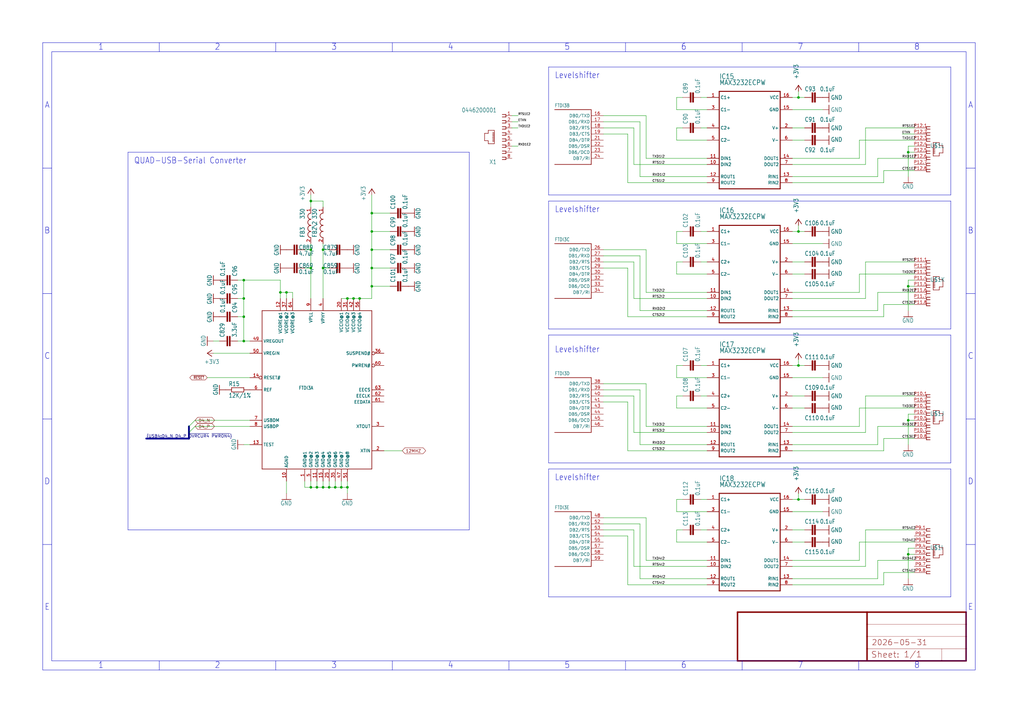
<source format=kicad_sch>
(kicad_sch (version 20230121) (generator eeschema)
  (paper "User" 426.72 299.872)
  (junction (at 332.74 96.52))
  (junction (at 134.62 203.2))
  (junction (at 142.24 203.2))
  (junction (at 154.94 88.9))
  (junction (at 149.86 124.46))
  (junction (at 129.54 111.76))
  (junction (at 129.54 203.2))
  (junction (at 129.54 83.82))
  (junction (at 154.94 104.14))
  (junction (at 101.6 142.24))
  (junction (at 116.84 121.92))
  (junction (at 101.6 116.84))
  (junction (at 144.78 124.46))
  (junction (at 154.94 111.76))
  (junction (at 101.6 124.46))
  (junction (at 134.62 104.14))
  (junction (at 378.46 231.14))
  (junction (at 144.78 203.2))
  (junction (at 101.6 132.08))
  (junction (at 137.16 203.2))
  (junction (at 154.94 96.52))
  (junction (at 129.54 104.14))
  (junction (at 132.08 203.2))
  (junction (at 332.74 152.4))
  (junction (at 139.7 203.2))
  (junction (at 378.46 119.38))
  (junction (at 378.46 175.26))
  (junction (at 332.74 40.64))
  (junction (at 154.94 119.38))
  (junction (at 147.32 124.46))
  (junction (at 119.38 121.92))
  (junction (at 134.62 111.76))
  (junction (at 332.74 208.28))
  (junction (at 378.46 63.5))
  (bus_entry (at 81.28 177.8) (size -2.54 2.54))
  (bus_entry (at 81.28 175.26) (size -2.54 2.54))
  (wire (pts (xy 330.2 129.54) (xy 365.76 129.54)) (stroke (width 0.1524)))
  (wire (pts (xy 162.56 88.9) (xy 154.94 88.9)) (stroke (width 0.1524)))
  (wire (pts (xy 360.68 236.22) (xy 360.68 220.98)) (stroke (width 0.1524)))
  (wire (pts (xy 368.3 132.08) (xy 368.3 127)) (stroke (width 0.1524)))
  (wire (pts (xy 134.62 104.14) (xy 134.62 111.76)) (stroke (width 0.1524)))
  (wire (pts (xy 292.1 53.34) (xy 294.64 53.34)) (stroke (width 0.1524)))
  (wire (pts (xy 104.14 157.48) (xy 86.36 157.48)) (stroke (width 0.1524)))
  (polyline (pts (xy 53.34 220.98) (xy 195.58 220.98)) (stroke (width 0.1524) (type solid)))
  (wire (pts (xy 358.14 66.04) (xy 330.2 66.04)) (stroke (width 0.1524)))
  (wire (pts (xy 99.06 142.24) (xy 101.6 142.24)) (stroke (width 0.1524)))
  (polyline (pts (xy 396.24 193.04) (xy 396.24 139.7)) (stroke (width 0.1524) (type solid)))
  (wire (pts (xy 330.2 152.4) (xy 332.74 152.4)) (stroke (width 0.1524)))
  (wire (pts (xy 129.54 203.2) (xy 132.08 203.2)) (stroke (width 0.1524)))
  (wire (pts (xy 368.3 243.84) (xy 368.3 238.76)) (stroke (width 0.1524)))
  (wire (pts (xy 335.28 220.98) (xy 330.2 220.98)) (stroke (width 0.1524)))
  (wire (pts (xy 266.7 185.42) (xy 266.7 162.56)) (stroke (width 0.1524)))
  (wire (pts (xy 261.62 55.88) (xy 251.46 55.88)) (stroke (width 0.1524)))
  (wire (pts (xy 330.2 76.2) (xy 368.3 76.2)) (stroke (width 0.1524)))
  (wire (pts (xy 332.74 149.86) (xy 332.74 152.4)) (stroke (width 0.1524)))
  (wire (pts (xy 137.16 111.76) (xy 134.62 111.76)) (stroke (width 0.1524)))
  (polyline (pts (xy 260.6675 275.59) (xy 260.6675 279.4)))
  (wire (pts (xy 116.84 116.84) (xy 101.6 116.84)) (stroke (width 0.1524)))
  (wire (pts (xy 330.2 73.66) (xy 365.76 73.66)) (stroke (width 0.1524)))
  (wire (pts (xy 116.84 124.46) (xy 116.84 121.92)) (stroke (width 0.1524)))
  (wire (pts (xy 281.94 157.48) (xy 294.64 157.48)) (stroke (width 0.1524)))
  (wire (pts (xy 154.94 119.38) (xy 154.94 124.46)) (stroke (width 0.1524)))
  (polyline (pts (xy 396.24 81.28) (xy 396.24 27.94)) (stroke (width 0.1524) (type solid)))
  (wire (pts (xy 365.76 121.92) (xy 381 121.92)) (stroke (width 0.1524)))
  (wire (pts (xy 127 200.66) (xy 127 203.2)) (stroke (width 0.1524)))
  (wire (pts (xy 360.68 180.34) (xy 360.68 165.1)) (stroke (width 0.1524)))
  (wire (pts (xy 251.46 165.1) (xy 264.16 165.1)) (stroke (width 0.1524)))
  (wire (pts (xy 266.7 162.56) (xy 251.46 162.56)) (stroke (width 0.1524)))
  (wire (pts (xy 368.3 76.2) (xy 368.3 71.12)) (stroke (width 0.1524)))
  (wire (pts (xy 294.64 121.92) (xy 269.24 121.92)) (stroke (width 0.1524)))
  (wire (pts (xy 137.16 203.2) (xy 137.16 200.66)) (stroke (width 0.1524)))
  (wire (pts (xy 142.24 203.2) (xy 144.78 203.2)) (stroke (width 0.1524)))
  (wire (pts (xy 127 104.14) (xy 129.54 104.14)) (stroke (width 0.1524)))
  (polyline (pts (xy 195.58 63.5) (xy 53.34 63.5)) (stroke (width 0.1524) (type solid)))
  (wire (pts (xy 294.64 243.84) (xy 261.62 243.84)) (stroke (width 0.1524)))
  (wire (pts (xy 342.9 45.72) (xy 330.2 45.72)) (stroke (width 0.1524)))
  (wire (pts (xy 330.2 180.34) (xy 360.68 180.34)) (stroke (width 0.1524)))
  (wire (pts (xy 365.76 129.54) (xy 365.76 121.92)) (stroke (width 0.1524)))
  (polyline (pts (xy 396.24 195.58) (xy 228.6 195.58)) (stroke (width 0.1524) (type solid)))
  (wire (pts (xy 360.68 220.98) (xy 381 220.98)) (stroke (width 0.1524)))
  (wire (pts (xy 294.64 185.42) (xy 266.7 185.42)) (stroke (width 0.1524)))
  (wire (pts (xy 381 53.34) (xy 360.68 53.34)) (stroke (width 0.1524)))
  (wire (pts (xy 381 175.26) (xy 378.46 175.26)) (stroke (width 0.1524)))
  (wire (pts (xy 281.94 208.28) (xy 281.94 213.36)) (stroke (width 0.1524)))
  (wire (pts (xy 381 231.14) (xy 378.46 231.14)) (stroke (width 0.1524)))
  (wire (pts (xy 381 119.38) (xy 378.46 119.38)) (stroke (width 0.1524)))
  (wire (pts (xy 335.28 226.06) (xy 330.2 226.06)) (stroke (width 0.1524)))
  (wire (pts (xy 284.48 96.52) (xy 281.94 96.52)) (stroke (width 0.1524)))
  (wire (pts (xy 144.78 203.2) (xy 144.78 200.66)) (stroke (width 0.1524)))
  (wire (pts (xy 266.7 218.44) (xy 251.46 218.44)) (stroke (width 0.1524)))
  (wire (pts (xy 281.94 165.1) (xy 281.94 170.18)) (stroke (width 0.1524)))
  (wire (pts (xy 381 114.3) (xy 358.14 114.3)) (stroke (width 0.1524)))
  (wire (pts (xy 294.64 129.54) (xy 266.7 129.54)) (stroke (width 0.1524)))
  (wire (pts (xy 264.16 53.34) (xy 264.16 68.58)) (stroke (width 0.1524)))
  (wire (pts (xy 381 228.6) (xy 378.46 228.6)) (stroke (width 0.1524)))
  (wire (pts (xy 281.94 101.6) (xy 294.64 101.6)) (stroke (width 0.1524)))
  (wire (pts (xy 281.94 96.52) (xy 281.94 101.6)) (stroke (width 0.1524)))
  (wire (pts (xy 294.64 76.2) (xy 261.62 76.2)) (stroke (width 0.1524)))
  (wire (pts (xy 281.94 45.72) (xy 294.64 45.72)) (stroke (width 0.1524)))
  (wire (pts (xy 381 63.5) (xy 378.46 63.5)) (stroke (width 0.1524)))
  (bus (pts (xy 78.74 180.34) (xy 78.74 182.88)) (stroke (width 0.762)))
  (wire (pts (xy 129.54 124.46) (xy 129.54 111.76)) (stroke (width 0.1524)))
  (polyline (pts (xy 228.6 195.58) (xy 228.6 248.92)) (stroke (width 0.1524) (type solid)))
  (polyline (pts (xy 402.59 275.59) (xy 21.59 275.59)))
  (wire (pts (xy 88.9 147.32) (xy 104.14 147.32)) (stroke (width 0.1524)))
  (wire (pts (xy 281.94 53.34) (xy 281.94 58.42)) (stroke (width 0.1524)))
  (wire (pts (xy 294.64 177.8) (xy 269.24 177.8)) (stroke (width 0.1524)))
  (wire (pts (xy 129.54 200.66) (xy 129.54 203.2)) (stroke (width 0.1524)))
  (wire (pts (xy 127 203.2) (xy 129.54 203.2)) (stroke (width 0.1524)))
  (wire (pts (xy 335.28 109.22) (xy 330.2 109.22)) (stroke (width 0.1524)))
  (wire (pts (xy 266.7 50.8) (xy 251.46 50.8)) (stroke (width 0.1524)))
  (wire (pts (xy 213.36 53.34) (xy 215.9 53.34)) (stroke (width 0.1524)))
  (wire (pts (xy 121.92 121.92) (xy 119.38 121.92)) (stroke (width 0.1524)))
  (wire (pts (xy 378.46 231.14) (xy 378.46 241.3)) (stroke (width 0.1524)))
  (polyline (pts (xy 402.59 227.076) (xy 406.4 227.076)))
  (wire (pts (xy 294.64 187.96) (xy 261.62 187.96)) (stroke (width 0.1524)))
  (wire (pts (xy 116.84 121.92) (xy 116.84 116.84)) (stroke (width 0.1524)))
  (wire (pts (xy 284.48 109.22) (xy 281.94 109.22)) (stroke (width 0.1524)))
  (wire (pts (xy 330.2 236.22) (xy 360.68 236.22)) (stroke (width 0.1524)))
  (wire (pts (xy 264.16 124.46) (xy 294.64 124.46)) (stroke (width 0.1524)))
  (polyline (pts (xy 402.59 21.59) (xy 21.59 21.59)))
  (wire (pts (xy 360.68 165.1) (xy 381 165.1)) (stroke (width 0.1524)))
  (polyline (pts (xy 396.24 248.92) (xy 396.24 195.58)) (stroke (width 0.1524) (type solid)))
  (polyline (pts (xy 309.245 275.59) (xy 309.245 279.4)))
  (wire (pts (xy 132.08 203.2) (xy 132.08 200.66)) (stroke (width 0.1524)))
  (polyline (pts (xy 163.5125 275.59) (xy 163.5125 279.4)))
  (wire (pts (xy 88.9 142.24) (xy 91.44 142.24)) (stroke (width 0.1524)))
  (wire (pts (xy 119.38 200.66) (xy 119.38 205.74)) (stroke (width 0.1524)))
  (wire (pts (xy 264.16 236.22) (xy 294.64 236.22)) (stroke (width 0.1524)))
  (wire (pts (xy 365.76 66.04) (xy 381 66.04)) (stroke (width 0.1524)))
  (wire (pts (xy 99.06 124.46) (xy 101.6 124.46)) (stroke (width 0.1524)))
  (polyline (pts (xy 163.5125 17.78) (xy 163.5125 21.59)))
  (wire (pts (xy 292.1 152.4) (xy 294.64 152.4)) (stroke (width 0.1524)))
  (bus (pts (xy 78.74 177.8) (xy 78.74 180.34)) (stroke (width 0.762)))
  (wire (pts (xy 134.62 83.82) (xy 134.62 86.36)) (stroke (width 0.1524)))
  (wire (pts (xy 160.02 187.96) (xy 167.64 187.96)) (stroke (width 0.1524)))
  (wire (pts (xy 119.38 121.92) (xy 119.38 124.46)) (stroke (width 0.1524)))
  (polyline (pts (xy 228.6 81.28) (xy 396.24 81.28)) (stroke (width 0.1524) (type solid)))
  (polyline (pts (xy 309.245 17.78) (xy 309.245 21.59)))
  (polyline (pts (xy 21.59 21.59) (xy 21.59 275.59)))
  (wire (pts (xy 127 111.76) (xy 129.54 111.76)) (stroke (width 0.1524)))
  (wire (pts (xy 269.24 48.26) (xy 251.46 48.26)) (stroke (width 0.1524)))
  (wire (pts (xy 269.24 160.02) (xy 251.46 160.02)) (stroke (width 0.1524)))
  (wire (pts (xy 281.94 220.98) (xy 281.94 226.06)) (stroke (width 0.1524)))
  (wire (pts (xy 284.48 152.4) (xy 281.94 152.4)) (stroke (width 0.1524)))
  (wire (pts (xy 261.62 132.08) (xy 261.62 111.76)) (stroke (width 0.1524)))
  (polyline (pts (xy 212.09 275.59) (xy 212.09 279.4)))
  (wire (pts (xy 342.9 101.6) (xy 330.2 101.6)) (stroke (width 0.1524)))
  (wire (pts (xy 335.28 53.34) (xy 330.2 53.34)) (stroke (width 0.1524)))
  (wire (pts (xy 332.74 93.98) (xy 332.74 96.52)) (stroke (width 0.1524)))
  (wire (pts (xy 284.48 220.98) (xy 281.94 220.98)) (stroke (width 0.1524)))
  (wire (pts (xy 378.46 172.72) (xy 378.46 175.26)) (stroke (width 0.1524)))
  (wire (pts (xy 129.54 81.28) (xy 129.54 83.82)) (stroke (width 0.1524)))
  (wire (pts (xy 381 58.42) (xy 358.14 58.42)) (stroke (width 0.1524)))
  (wire (pts (xy 358.14 114.3) (xy 358.14 121.92)) (stroke (width 0.1524)))
  (wire (pts (xy 330.2 96.52) (xy 332.74 96.52)) (stroke (width 0.1524)))
  (wire (pts (xy 294.64 233.68) (xy 269.24 233.68)) (stroke (width 0.1524)))
  (wire (pts (xy 134.62 200.66) (xy 134.62 203.2)) (stroke (width 0.1524)))
  (wire (pts (xy 335.28 114.3) (xy 330.2 114.3)) (stroke (width 0.1524)))
  (wire (pts (xy 294.64 58.42) (xy 281.94 58.42)) (stroke (width 0.1524)))
  (wire (pts (xy 269.24 233.68) (xy 269.24 215.9)) (stroke (width 0.1524)))
  (wire (pts (xy 358.14 177.8) (xy 330.2 177.8)) (stroke (width 0.1524)))
  (wire (pts (xy 264.16 220.98) (xy 264.16 236.22)) (stroke (width 0.1524)))
  (polyline (pts (xy 212.09 17.78) (xy 212.09 21.59)))
  (wire (pts (xy 292.1 220.98) (xy 294.64 220.98)) (stroke (width 0.1524)))
  (polyline (pts (xy 396.24 137.16) (xy 396.24 83.82)) (stroke (width 0.1524) (type solid)))
  (wire (pts (xy 142.24 203.2) (xy 142.24 200.66)) (stroke (width 0.1524)))
  (wire (pts (xy 101.6 132.08) (xy 99.06 132.08)) (stroke (width 0.1524)))
  (wire (pts (xy 264.16 165.1) (xy 264.16 180.34)) (stroke (width 0.1524)))
  (wire (pts (xy 381 71.12) (xy 368.3 71.12)) (stroke (width 0.1524)))
  (wire (pts (xy 330.2 40.64) (xy 332.74 40.64)) (stroke (width 0.1524)))
  (wire (pts (xy 292.1 40.64) (xy 294.64 40.64)) (stroke (width 0.1524)))
  (polyline (pts (xy 357.8225 275.59) (xy 357.8225 279.4)))
  (wire (pts (xy 378.46 228.6) (xy 378.46 231.14)) (stroke (width 0.1524)))
  (wire (pts (xy 365.76 241.3) (xy 365.76 233.68)) (stroke (width 0.1524)))
  (wire (pts (xy 284.48 40.64) (xy 281.94 40.64)) (stroke (width 0.1524)))
  (wire (pts (xy 101.6 185.42) (xy 104.14 185.42)) (stroke (width 0.1524)))
  (polyline (pts (xy 17.78 227.076) (xy 21.59 227.076)))
  (wire (pts (xy 213.36 48.26) (xy 215.9 48.26)) (stroke (width 0.1524)))
  (wire (pts (xy 139.7 200.66) (xy 139.7 203.2)) (stroke (width 0.1524)))
  (wire (pts (xy 330.2 187.96) (xy 368.3 187.96)) (stroke (width 0.1524)))
  (wire (pts (xy 147.32 124.46) (xy 144.78 124.46)) (stroke (width 0.1524)))
  (wire (pts (xy 154.94 111.76) (xy 162.56 111.76)) (stroke (width 0.1524)))
  (wire (pts (xy 360.68 109.22) (xy 381 109.22)) (stroke (width 0.1524)))
  (wire (pts (xy 101.6 116.84) (xy 99.06 116.84)) (stroke (width 0.1524)))
  (polyline (pts (xy 228.6 137.16) (xy 396.24 137.16)) (stroke (width 0.1524) (type solid)))
  (wire (pts (xy 269.24 104.14) (xy 251.46 104.14)) (stroke (width 0.1524)))
  (wire (pts (xy 266.7 73.66) (xy 266.7 50.8)) (stroke (width 0.1524)))
  (wire (pts (xy 292.1 208.28) (xy 294.64 208.28)) (stroke (width 0.1524)))
  (wire (pts (xy 335.28 165.1) (xy 330.2 165.1)) (stroke (width 0.1524)))
  (wire (pts (xy 101.6 124.46) (xy 101.6 116.84)) (stroke (width 0.1524)))
  (wire (pts (xy 281.94 109.22) (xy 281.94 114.3)) (stroke (width 0.1524)))
  (wire (pts (xy 284.48 208.28) (xy 281.94 208.28)) (stroke (width 0.1524)))
  (wire (pts (xy 358.14 226.06) (xy 358.14 233.68)) (stroke (width 0.1524)))
  (wire (pts (xy 284.48 53.34) (xy 281.94 53.34)) (stroke (width 0.1524)))
  (wire (pts (xy 294.64 241.3) (xy 266.7 241.3)) (stroke (width 0.1524)))
  (wire (pts (xy 358.14 233.68) (xy 330.2 233.68)) (stroke (width 0.1524)))
  (polyline (pts (xy 114.935 17.78) (xy 114.935 21.59)))
  (wire (pts (xy 358.14 58.42) (xy 358.14 66.04)) (stroke (width 0.1524)))
  (wire (pts (xy 269.24 177.8) (xy 269.24 160.02)) (stroke (width 0.1524)))
  (wire (pts (xy 154.94 111.76) (xy 154.94 119.38)) (stroke (width 0.1524)))
  (wire (pts (xy 101.6 142.24) (xy 101.6 132.08)) (stroke (width 0.1524)))
  (polyline (pts (xy 114.935 275.59) (xy 114.935 279.4)))
  (wire (pts (xy 137.16 203.2) (xy 139.7 203.2)) (stroke (width 0.1524)))
  (wire (pts (xy 365.76 177.8) (xy 381 177.8)) (stroke (width 0.1524)))
  (wire (pts (xy 129.54 83.82) (xy 134.62 83.82)) (stroke (width 0.1524)))
  (wire (pts (xy 330.2 208.28) (xy 332.74 208.28)) (stroke (width 0.1524)))
  (wire (pts (xy 381 55.88) (xy 375.92 55.88)) (stroke (width 0.1524)))
  (wire (pts (xy 330.2 241.3) (xy 365.76 241.3)) (stroke (width 0.1524)))
  (polyline (pts (xy 402.59 174.752) (xy 406.4 174.752)))
  (wire (pts (xy 378.46 60.96) (xy 378.46 63.5)) (stroke (width 0.1524)))
  (polyline (pts (xy 228.6 83.82) (xy 228.6 137.16)) (stroke (width 0.1524) (type solid)))
  (wire (pts (xy 294.64 170.18) (xy 281.94 170.18)) (stroke (width 0.1524)))
  (wire (pts (xy 281.94 213.36) (xy 294.64 213.36)) (stroke (width 0.1524)))
  (wire (pts (xy 261.62 223.52) (xy 251.46 223.52)) (stroke (width 0.1524)))
  (wire (pts (xy 281.94 152.4) (xy 281.94 157.48)) (stroke (width 0.1524)))
  (wire (pts (xy 137.16 104.14) (xy 134.62 104.14)) (stroke (width 0.1524)))
  (wire (pts (xy 264.16 180.34) (xy 294.64 180.34)) (stroke (width 0.1524)))
  (wire (pts (xy 378.46 119.38) (xy 378.46 129.54)) (stroke (width 0.1524)))
  (wire (pts (xy 335.28 58.42) (xy 330.2 58.42)) (stroke (width 0.1524)))
  (wire (pts (xy 281.94 40.64) (xy 281.94 45.72)) (stroke (width 0.1524)))
  (wire (pts (xy 292.1 96.52) (xy 294.64 96.52)) (stroke (width 0.1524)))
  (wire (pts (xy 154.94 81.28) (xy 154.94 88.9)) (stroke (width 0.1524)))
  (polyline (pts (xy 402.59 21.59) (xy 402.59 275.59)))
  (wire (pts (xy 269.24 215.9) (xy 251.46 215.9)) (stroke (width 0.1524)))
  (wire (pts (xy 332.74 152.4) (xy 335.28 152.4)) (stroke (width 0.1524)))
  (wire (pts (xy 154.94 96.52) (xy 162.56 96.52)) (stroke (width 0.1524)))
  (wire (pts (xy 332.74 205.74) (xy 332.74 208.28)) (stroke (width 0.1524)))
  (polyline (pts (xy 66.3575 17.78) (xy 66.3575 21.59)))
  (wire (pts (xy 381 60.96) (xy 378.46 60.96)) (stroke (width 0.1524)))
  (polyline (pts (xy 66.3575 275.59) (xy 66.3575 279.4)))
  (wire (pts (xy 330.2 185.42) (xy 365.76 185.42)) (stroke (width 0.1524)))
  (wire (pts (xy 294.64 226.06) (xy 281.94 226.06)) (stroke (width 0.1524)))
  (wire (pts (xy 144.78 205.74) (xy 144.78 203.2)) (stroke (width 0.1524)))
  (wire (pts (xy 368.3 238.76) (xy 381 238.76)) (stroke (width 0.1524)))
  (wire (pts (xy 251.46 109.22) (xy 264.16 109.22)) (stroke (width 0.1524)))
  (wire (pts (xy 330.2 124.46) (xy 360.68 124.46)) (stroke (width 0.1524)))
  (wire (pts (xy 294.64 114.3) (xy 281.94 114.3)) (stroke (width 0.1524)))
  (wire (pts (xy 294.64 73.66) (xy 266.7 73.66)) (stroke (width 0.1524)))
  (polyline (pts (xy 396.24 83.82) (xy 228.6 83.82)) (stroke (width 0.1524) (type solid)))
  (wire (pts (xy 129.54 111.76) (xy 129.54 104.14)) (stroke (width 0.1524)))
  (wire (pts (xy 332.74 96.52) (xy 335.28 96.52)) (stroke (width 0.1524)))
  (wire (pts (xy 101.6 132.08) (xy 101.6 124.46)) (stroke (width 0.1524)))
  (polyline (pts (xy 402.59 70.104) (xy 406.4 70.104)))
  (wire (pts (xy 121.92 124.46) (xy 121.92 121.92)) (stroke (width 0.1524)))
  (wire (pts (xy 266.7 241.3) (xy 266.7 218.44)) (stroke (width 0.1524)))
  (wire (pts (xy 213.36 50.8) (xy 215.9 50.8)) (stroke (width 0.1524)))
  (polyline (pts (xy 357.8225 17.78) (xy 357.8225 21.59)))
  (wire (pts (xy 134.62 111.76) (xy 134.62 124.46)) (stroke (width 0.1524)))
  (polyline (pts (xy 17.78 174.752) (xy 21.59 174.752)))
  (polyline (pts (xy 396.24 139.7) (xy 228.6 139.7)) (stroke (width 0.1524) (type solid)))
  (wire (pts (xy 330.2 132.08) (xy 368.3 132.08)) (stroke (width 0.1524)))
  (wire (pts (xy 378.46 116.84) (xy 378.46 119.38)) (stroke (width 0.1524)))
  (wire (pts (xy 378.46 63.5) (xy 378.46 73.66)) (stroke (width 0.1524)))
  (wire (pts (xy 261.62 187.96) (xy 261.62 167.64)) (stroke (width 0.1524)))
  (polyline (pts (xy 17.78 70.104) (xy 21.59 70.104)))
  (wire (pts (xy 261.62 76.2) (xy 261.62 55.88)) (stroke (width 0.1524)))
  (polyline (pts (xy 195.58 220.98) (xy 195.58 63.5)) (stroke (width 0.1524) (type solid)))
  (wire (pts (xy 139.7 203.2) (xy 142.24 203.2)) (stroke (width 0.1524)))
  (wire (pts (xy 261.62 243.84) (xy 261.62 223.52)) (stroke (width 0.1524)))
  (wire (pts (xy 358.14 121.92) (xy 330.2 121.92)) (stroke (width 0.1524)))
  (wire (pts (xy 365.76 185.42) (xy 365.76 177.8)) (stroke (width 0.1524)))
  (wire (pts (xy 330.2 68.58) (xy 360.68 68.58)) (stroke (width 0.1524)))
  (wire (pts (xy 261.62 111.76) (xy 251.46 111.76)) (stroke (width 0.1524)))
  (wire (pts (xy 381 116.84) (xy 378.46 116.84)) (stroke (width 0.1524)))
  (wire (pts (xy 81.28 177.8) (xy 104.14 177.8)) (stroke (width 0.1524)))
  (wire (pts (xy 358.14 170.18) (xy 358.14 177.8)) (stroke (width 0.1524)))
  (wire (pts (xy 330.2 243.84) (xy 368.3 243.84)) (stroke (width 0.1524)))
  (wire (pts (xy 213.36 60.96) (xy 215.9 60.96)) (stroke (width 0.1524)))
  (wire (pts (xy 360.68 124.46) (xy 360.68 109.22)) (stroke (width 0.1524)))
  (wire (pts (xy 119.38 121.92) (xy 116.84 121.92)) (stroke (width 0.1524)))
  (wire (pts (xy 381 226.06) (xy 358.14 226.06)) (stroke (width 0.1524)))
  (polyline (pts (xy 228.6 248.92) (xy 396.24 248.92)) (stroke (width 0.1524) (type solid)))
  (wire (pts (xy 368.3 182.88) (xy 381 182.88)) (stroke (width 0.1524)))
  (wire (pts (xy 264.16 109.22) (xy 264.16 124.46)) (stroke (width 0.1524)))
  (wire (pts (xy 335.28 170.18) (xy 330.2 170.18)) (stroke (width 0.1524)))
  (wire (pts (xy 360.68 68.58) (xy 360.68 53.34)) (stroke (width 0.1524)))
  (wire (pts (xy 251.46 53.34) (xy 264.16 53.34)) (stroke (width 0.1524)))
  (wire (pts (xy 251.46 220.98) (xy 264.16 220.98)) (stroke (width 0.1524)))
  (wire (pts (xy 154.94 88.9) (xy 154.94 96.52)) (stroke (width 0.1524)))
  (wire (pts (xy 342.9 213.36) (xy 330.2 213.36)) (stroke (width 0.1524)))
  (wire (pts (xy 162.56 104.14) (xy 154.94 104.14)) (stroke (width 0.1524)))
  (wire (pts (xy 162.56 119.38) (xy 154.94 119.38)) (stroke (width 0.1524)))
  (wire (pts (xy 342.9 157.48) (xy 330.2 157.48)) (stroke (width 0.1524)))
  (wire (pts (xy 104.14 142.24) (xy 101.6 142.24)) (stroke (width 0.1524)))
  (polyline (pts (xy 228.6 139.7) (xy 228.6 193.04)) (stroke (width 0.1524) (type solid)))
  (wire (pts (xy 266.7 129.54) (xy 266.7 106.68)) (stroke (width 0.1524)))
  (wire (pts (xy 132.08 203.2) (xy 134.62 203.2)) (stroke (width 0.1524)))
  (wire (pts (xy 284.48 165.1) (xy 281.94 165.1)) (stroke (width 0.1524)))
  (wire (pts (xy 144.78 124.46) (xy 142.24 124.46)) (stroke (width 0.1524)))
  (wire (pts (xy 332.74 38.1) (xy 332.74 40.64)) (stroke (width 0.1524)))
  (bus (pts (xy 78.74 182.88) (xy 60.96 182.88)) (stroke (width 0.762)))
  (wire (pts (xy 261.62 167.64) (xy 251.46 167.64)) (stroke (width 0.1524)))
  (wire (pts (xy 381 170.18) (xy 358.14 170.18)) (stroke (width 0.1524)))
  (polyline (pts (xy 396.24 27.94) (xy 228.6 27.94)) (stroke (width 0.1524) (type solid)))
  (wire (pts (xy 378.46 175.26) (xy 378.46 185.42)) (stroke (width 0.1524)))
  (wire (pts (xy 134.62 104.14) (xy 134.62 101.6)) (stroke (width 0.1524)))
  (wire (pts (xy 381 172.72) (xy 378.46 172.72)) (stroke (width 0.1524)))
  (wire (pts (xy 332.74 208.28) (xy 335.28 208.28)) (stroke (width 0.1524)))
  (polyline (pts (xy 228.6 193.04) (xy 396.24 193.04)) (stroke (width 0.1524) (type solid)))
  (wire (pts (xy 134.62 203.2) (xy 137.16 203.2)) (stroke (width 0.1524)))
  (wire (pts (xy 264.16 68.58) (xy 294.64 68.58)) (stroke (width 0.1524)))
  (wire (pts (xy 129.54 83.82) (xy 129.54 86.36)) (stroke (width 0.1524)))
  (wire (pts (xy 154.94 104.14) (xy 154.94 111.76)) (stroke (width 0.1524)))
  (wire (pts (xy 368.3 187.96) (xy 368.3 182.88)) (stroke (width 0.1524)))
  (wire (pts (xy 365.76 73.66) (xy 365.76 66.04)) (stroke (width 0.1524)))
  (wire (pts (xy 81.28 175.26) (xy 104.14 175.26)) (stroke (width 0.1524)))
  (polyline (pts (xy 53.34 63.5) (xy 53.34 220.98)) (stroke (width 0.1524) (type solid)))
  (wire (pts (xy 294.64 132.08) (xy 261.62 132.08)) (stroke (width 0.1524)))
  (wire (pts (xy 269.24 121.92) (xy 269.24 104.14)) (stroke (width 0.1524)))
  (wire (pts (xy 129.54 104.14) (xy 129.54 101.6)) (stroke (width 0.1524)))
  (wire (pts (xy 269.24 66.04) (xy 269.24 48.26)) (stroke (width 0.1524)))
  (wire (pts (xy 292.1 165.1) (xy 294.64 165.1)) (stroke (width 0.1524)))
  (polyline (pts (xy 260.6675 17.78) (xy 260.6675 21.59)))
  (polyline (pts (xy 228.6 27.94) (xy 228.6 81.28)) (stroke (width 0.1524) (type solid)))
  (polyline (pts (xy 17.78 122.428) (xy 21.59 122.428)))
  (wire (pts (xy 332.74 40.64) (xy 335.28 40.64)) (stroke (width 0.1524)))
  (wire (pts (xy 266.7 106.68) (xy 251.46 106.68)) (stroke (width 0.1524)))
  (wire (pts (xy 365.76 233.68) (xy 381 233.68)) (stroke (width 0.1524)))
  (polyline (pts (xy 402.59 122.428) (xy 406.4 122.428)))
  (wire (pts (xy 368.3 127) (xy 381 127)) (stroke (width 0.1524)))
  (wire (pts (xy 149.86 124.46) (xy 147.32 124.46)) (stroke (width 0.1524)))
  (wire (pts (xy 294.64 66.04) (xy 269.24 66.04)) (stroke (width 0.1524)))
  (wire (pts (xy 154.94 124.46) (xy 149.86 124.46)) (stroke (width 0.1524)))
  (wire (pts (xy 154.94 96.52) (xy 154.94 104.14)) (stroke (width 0.1524)))
  (wire (pts (xy 292.1 109.22) (xy 294.64 109.22)) (stroke (width 0.1524)))
  (polyline (pts (xy 17.78 17.78) (xy 406.4 17.78) (xy 406.4 279.4) (xy 17.78 279.4) (xy 17.78 17.78)))
  (text "C" (at 404.495 148.59 0) (effects (font (size 2.54 2.286))))
  (text "2" (at 90.6463 277.495 0) (effects (font (size 2.54 2.286))))
  (text "6" (at 284.9563 19.685 0) (effects (font (size 2.54 2.286))))
  (text "7" (at 333.5338 277.495 0) (effects (font (size 2.54 2.286))))
  (text "E" (at 19.685 253.238 0) (effects (font (size 2.54 2.286))))
  (text "8" (at 382.1113 277.495 0) (effects (font (size 2.54 2.286))))
  (text "8" (at 382.1113 19.685 0) (effects (font (size 2.54 2.286))))
  (text "7" (at 333.5338 19.685 0) (effects (font (size 2.54 2.286))))
  (text "Levelshifter" (at 231.14 200.66 0) (effects (font (size 2.54 2.159)) (justify left bottom)))
  (text "3" (at 139.2238 19.685 0) (effects (font (size 2.54 2.286))))
  (text "4" (at 187.8013 277.495 0) (effects (font (size 2.54 2.286))))
  (text "6" (at 284.9563 277.495 0) (effects (font (size 2.54 2.286))))
  (text "4" (at 187.8013 19.685 0) (effects (font (size 2.54 2.286))))
  (text "1" (at 42.0688 277.495 0) (effects (font (size 2.54 2.286))))
  (text "3" (at 139.2238 277.495 0) (effects (font (size 2.54 2.286))))
  (text "B" (at 19.685 96.266 0) (effects (font (size 2.54 2.286))))
  (text "D" (at 404.495 200.914 0) (effects (font (size 2.54 2.286))))
  (text "A" (at 404.495 43.942 0) (effects (font (size 2.54 2.286))))
  (text "1" (at 42.0688 19.685 0) (effects (font (size 2.54 2.286))))
  (text "E" (at 404.495 253.238 0) (effects (font (size 2.54 2.286))))
  (text "B" (at 404.495 96.266 0) (effects (font (size 2.54 2.286))))
  (text "D" (at 19.685 200.914 0) (effects (font (size 2.54 2.286))))
  (text "2" (at 90.6463 19.685 0) (effects (font (size 2.54 2.286))))
  (text "Levelshifter" (at 231.14 33.02 0) (effects (font (size 2.54 2.159)) (justify left bottom)))
  (text "5" (at 236.3788 19.685 0) (effects (font (size 2.54 2.286))))
  (text "5" (at 236.3788 277.495 0) (effects (font (size 2.54 2.286))))
  (text "C" (at 19.685 148.59 0) (effects (font (size 2.54 2.286))))
  (text "Levelshifter" (at 231.14 88.9 0) (effects (font (size 2.54 2.159)) (justify left bottom)))
  (text "QUAD-USB-Serial Converter" (at 55.88 68.58 0) (effects (font (size 2.54 2.159)) (justify left bottom)))
  (text "Levelshifter" (at 231.14 147.32 0) (effects (font (size 2.54 2.159)) (justify left bottom)))
  (text "A" (at 19.685 43.942 0) (effects (font (size 2.54 2.286))))
  (label "TXD3I2" (at 271.78 177.8 0) (effects (font (size 0.9957 0.9957))))
  (label "RXD3E2" (at 375.92 177.8 0) (effects (font (size 0.9957 0.9957))))
  (label "ETXN" (at 375.92 55.88 0) (effects (font (size 0.889 0.889))))
  (label "TXD2I2" (at 271.78 121.92 0) (effects (font (size 0.9957 0.9957))))
  (label "ETXN" (at 215.9 50.8 0) (effects (font (size 0.889 0.889))))
  (label "RTS2I2" (at 271.78 124.46 0) (effects (font (size 0.9957 0.9957))))
  (label "RTS1E2" (at 215.9 48.26 0) (effects (font (size 0.889 0.889))))
  (label "CTS1I2" (at 271.78 76.2 0) (effects (font (size 0.9957 0.9957))))
  (label "RTS1I2" (at 271.78 68.58 0) (effects (font (size 0.9957 0.9957))))
  (label "CTS3E2" (at 375.92 182.88 0) (effects (font (size 0.9957 0.9957))))
  (label "TXD1I2" (at 271.78 66.04 0) (effects (font (size 0.9957 0.9957))))
  (label "RXD1E2" (at 375.92 66.04 0) (effects (font (size 0.9957 0.9957))))
  (label "RXD2I2" (at 271.78 129.54 0) (effects (font (size 0.9957 0.9957))))
  (label "RTS2E2" (at 375.92 109.22 0) (effects (font (size 0.9957 0.9957))))
  (label "TXD4I2" (at 271.78 233.68 0) (effects (font (size 0.9957 0.9957))))
  (label "TXD4E2" (at 375.92 226.06 0) (effects (font (size 0.9957 0.9957))))
  (label "CTS1E2" (at 375.92 71.12 0) (effects (font (size 0.9957 0.9957))))
  (label "RXD4E2" (at 375.92 233.68 0) (effects (font (size 0.9957 0.9957))))
  (label "RXD4I2" (at 271.78 241.3 0) (effects (font (size 0.9957 0.9957))))
  (label "RXD3I2" (at 271.78 185.42 0) (effects (font (size 0.9957 0.9957))))
  (label "TXD2E2" (at 375.92 114.3 0) (effects (font (size 0.9957 0.9957))))
  (label "RXD1I2" (at 271.78 73.66 0) (effects (font (size 0.9957 0.9957))))
  (label "CTS3I2" (at 271.78 187.96 0) (effects (font (size 0.9957 0.9957))))
  (label "CTS2I2" (at 271.78 132.08 0) (effects (font (size 0.9957 0.9957))))
  (label "TXD3E2" (at 375.92 170.18 0) (effects (font (size 0.9957 0.9957))))
  (label "TXD1E2" (at 215.9 53.34 0) (effects (font (size 0.889 0.889))))
  (label "RTS1E2" (at 375.92 53.34 0) (effects (font (size 0.9957 0.9957))))
  (label "RTS4I2" (at 271.78 236.22 0) (effects (font (size 0.9957 0.9957))))
  (label "RXD2E2" (at 375.92 121.92 0) (effects (font (size 0.9957 0.9957))))
  (label "CTS2E2" (at 375.92 127 0) (effects (font (size 0.9957 0.9957))))
  (label "RTS3E2" (at 375.92 165.1 0) (effects (font (size 0.9957 0.9957))))
  (label "RTS4E2" (at 375.92 220.98 0) (effects (font (size 0.9957 0.9957))))
  (label "RXD1E2" (at 215.9 60.96 0) (effects (font (size 0.889 0.889))))
  (label "TXD1E2" (at 375.92 58.42 0) (effects (font (size 0.9957 0.9957))))
  (label "CTS4E2" (at 375.92 238.76 0) (effects (font (size 0.9957 0.9957))))
  (label "{USB4:D4_N D4_P ~{OVRCUR4} ~{PWRON4}}" (at 60.96 182.88 0) (effects (font (size 1.2446 1.2446))))
  (label "CTS4I2" (at 271.78 243.84 0) (effects (font (size 0.9957 0.9957))))
  (label "RTS3I2" (at 271.78 180.34 0) (effects (font (size 0.9957 0.9957))))
  (global_label "D4_N" (shape bidirectional) (at 81.28 175.26 0) (effects (font (size 1.2446 1.2446))) (property "Intersheetrefs" "${INTERSHEET_REFS}" (effects hide)))
  (global_label "D4_P" (shape bidirectional) (at 81.28 177.8 0) (effects (font (size 1.2446 1.2446))) (property "Intersheetrefs" "${INTERSHEET_REFS}" (effects hide)))
  (global_label "~{RESET}" (shape bidirectional) (at 86.36 157.48 180) (effects (font (size 0.9957 0.9957))) (property "Intersheetrefs" "${INTERSHEET_REFS}" (effects hide)))
  (global_label "12MHZ" (shape bidirectional) (at 167.64 187.96 0) (effects (font (size 1.2446 1.2446))) (property "Intersheetrefs" "${INTERSHEET_REFS}" (effects hide)))
  (symbol (lib_id "freetserv-eagle-import:GND") (at 345.44 226.06 90) (unit 1)
    (property "Reference" "#GND133" (effects hide))
    (property "Value" "GND" (at 346.202 226.822 90) (effects (font (size 1.778 1.5113)) (justify right top)))
  )
  (symbol (lib_id "freetserv-eagle-import:C-EUC0805") (at 340.36 53.34 270) (mirror x) (unit 1)
    (property "Reference" "C91" (at 335.28 50.8 90) (effects (font (size 1.778 1.5113)) (justify left top)))
    (property "Value" "0.1uF" (at 341.63 50.8 90) (effects (font (size 1.778 1.5113)) (justify left top)))
    (property "Footprint" "freetserv:C0805" (effects hide))
    (property "PARTNO" "1276-1003-1-ND" (effects hide))
  )
  (symbol (lib_id "freetserv-eagle-import:+3V3") (at 129.54 78.74 0) (unit 1)
    (property "Reference" "#+3V22" (effects hide))
    (property "Value" "+3V3" (at 127 83.82 90) (effects (font (size 1.778 1.5113)) (justify left bottom)))
  )
  (symbol (lib_id "freetserv-eagle-import:C-EUC0805") (at 139.7 104.14 90) (unit 1)
    (property "Reference" "C879" (at 134.62 104.14 90) (effects (font (size 1.778 1.5113)) (justify right top)))
    (property "Value" "4.7uF" (at 134.62 106.68 90) (effects (font (size 1.778 1.5113)) (justify right top)))
    (property "Footprint" "freetserv:C0805" (effects hide))
    (property "PARTNO" "1276-2972-1-ND" (effects hide))
  )
  (symbol (lib_id "freetserv-eagle-import:GND") (at 116.84 104.14 270) (mirror x) (unit 1)
    (property "Reference" "#GND105" (effects hide))
    (property "Value" "GND" (at 114.3 106.68 0) (effects (font (size 1.778 1.5113)) (justify left bottom)))
  )
  (symbol (lib_id "freetserv-eagle-import:C-EUC0805") (at 96.52 124.46 270) (mirror x) (unit 1)
    (property "Reference" "C95" (at 96.901 122.936 0) (effects (font (size 1.778 1.5113)) (justify left bottom)))
    (property "Value" "0.1uF" (at 91.821 122.936 0) (effects (font (size 1.778 1.5113)) (justify left bottom)))
    (property "Footprint" "freetserv:C0805" (effects hide))
    (property "PARTNO" "1276-1003-1-ND" (effects hide))
  )
  (symbol (lib_id "freetserv-eagle-import:GND") (at 345.44 208.28 90) (unit 1)
    (property "Reference" "#GND135" (effects hide))
    (property "Value" "GND" (at 346.202 209.296 90) (effects (font (size 1.778 1.5113)) (justify right top)))
  )
  (symbol (lib_id "freetserv-eagle-import:C-EUC0805") (at 287.02 165.1 90) (unit 1)
    (property "Reference" "C108" (at 286.639 163.576 0) (effects (font (size 1.778 1.5113)) (justify left bottom)))
    (property "Value" "0.1uF" (at 291.719 163.576 0) (effects (font (size 1.778 1.5113)) (justify left bottom)))
    (property "Footprint" "freetserv:C0805" (effects hide))
    (property "PARTNO" "1276-1003-1-ND" (effects hide))
  )
  (symbol (lib_id "freetserv-eagle-import:C-EUC0805") (at 165.1 119.38 90) (unit 1)
    (property "Reference" "C101" (at 164.719 117.856 0) (effects (font (size 1.778 1.5113)) (justify left bottom)))
    (property "Value" "0.1uF" (at 169.799 117.856 0) (effects (font (size 1.778 1.5113)) (justify left bottom)))
    (property "Footprint" "freetserv:C0805" (effects hide))
    (property "PARTNO" "1276-1003-1-ND" (effects hide))
  )
  (symbol (lib_id "freetserv-eagle-import:GND") (at 172.72 96.52 90) (unit 1)
    (property "Reference" "#GND119" (effects hide))
    (property "Value" "GND" (at 175.26 99.06 0) (effects (font (size 1.778 1.5113)) (justify left bottom)))
  )
  (symbol (lib_id "freetserv-eagle-import:GND") (at 378.46 132.08 0) (unit 1)
    (property "Reference" "#GND126" (effects hide))
    (property "Value" "GND" (at 375.92 134.62 0) (effects (font (size 1.778 1.5113)) (justify left bottom)))
  )
  (symbol (lib_id "freetserv-eagle-import:C-EUC0805") (at 287.02 53.34 90) (unit 1)
    (property "Reference" "C90" (at 286.639 51.816 0) (effects (font (size 1.778 1.5113)) (justify left bottom)))
    (property "Value" "0.1uF" (at 291.719 51.816 0) (effects (font (size 1.778 1.5113)) (justify left bottom)))
    (property "Footprint" "freetserv:C0805" (effects hide))
    (property "PARTNO" "1276-1003-1-ND" (effects hide))
  )
  (symbol (lib_id "freetserv-eagle-import:C-EUC0805") (at 287.02 220.98 90) (unit 1)
    (property "Reference" "C113" (at 286.639 219.456 0) (effects (font (size 1.778 1.5113)) (justify left bottom)))
    (property "Value" "0.1uF" (at 291.719 219.456 0) (effects (font (size 1.778 1.5113)) (justify left bottom)))
    (property "Footprint" "freetserv:C0805" (effects hide))
    (property "PARTNO" "1276-1003-1-ND" (effects hide))
  )
  (symbol (lib_id "freetserv-eagle-import:C-EUC0805") (at 340.36 165.1 270) (mirror x) (unit 1)
    (property "Reference" "C109" (at 335.28 162.56 90) (effects (font (size 1.778 1.5113)) (justify left top)))
    (property "Value" "0.1uF" (at 341.63 162.56 90) (effects (font (size 1.778 1.5113)) (justify left top)))
    (property "Footprint" "freetserv:C0805" (effects hide))
    (property "PARTNO" "1276-1003-1-ND" (effects hide))
  )
  (symbol (lib_id "freetserv-eagle-import:C-EUC0805") (at 287.02 96.52 90) (unit 1)
    (property "Reference" "C102" (at 286.639 94.996 0) (effects (font (size 1.778 1.5113)) (justify left bottom)))
    (property "Value" "0.1uF" (at 291.719 94.996 0) (effects (font (size 1.778 1.5113)) (justify left bottom)))
    (property "Footprint" "freetserv:C0805" (effects hide))
    (property "PARTNO" "1276-1003-1-ND" (effects hide))
  )
  (symbol (lib_id "freetserv-eagle-import:SS73100-046F_DWG") (at 386.08 228.6 0) (unit 9)
    (property "Reference" "U$1" (at 387.604 229.362 0) (effects (font (size 1.778 1.5113)) (justify left bottom)))
    (property "Value" "SS73100-046F_DWG" (effects hide))
    (property "Footprint" "freetserv:SS73100-046F" (effects hide))
    (property "PARTNO" "380-1225-ND" (effects hide))
  )
  (symbol (lib_id "freetserv-eagle-import:C-EUC0805") (at 340.36 40.64 270) (mirror x) (unit 1)
    (property "Reference" "C93" (at 335.28 38.1 90) (effects (font (size 1.778 1.5113)) (justify left top)))
    (property "Value" "0.1uF" (at 341.63 38.1 90) (effects (font (size 1.778 1.5113)) (justify left top)))
    (property "Footprint" "freetserv:C0805" (effects hide))
    (property "PARTNO" "1276-1003-1-ND" (effects hide))
  )
  (symbol (lib_id "freetserv-eagle-import:GND") (at 345.44 114.3 90) (unit 1)
    (property "Reference" "#GND123" (effects hide))
    (property "Value" "GND" (at 346.202 115.062 90) (effects (font (size 1.778 1.5113)) (justify right top)))
  )
  (symbol (lib_id "freetserv-eagle-import:GND") (at 345.44 170.18 90) (unit 1)
    (property "Reference" "#GND128" (effects hide))
    (property "Value" "GND" (at 346.202 170.942 90) (effects (font (size 1.778 1.5113)) (justify right top)))
  )
  (symbol (lib_id "freetserv-eagle-import:C-EUC0805") (at 287.02 208.28 90) (unit 1)
    (property "Reference" "C112" (at 286.639 206.756 0) (effects (font (size 1.778 1.5113)) (justify left bottom)))
    (property "Value" "0.1uF" (at 291.719 206.756 0) (effects (font (size 1.778 1.5113)) (justify left bottom)))
    (property "Footprint" "freetserv:C0805" (effects hide))
    (property "PARTNO" "1276-1003-1-ND" (effects hide))
  )
  (symbol (lib_id "freetserv-eagle-import:C-EUC0805") (at 340.36 170.18 270) (mirror x) (unit 1)
    (property "Reference" "C110" (at 335.28 175.26 90) (effects (font (size 1.778 1.5113)) (justify left top)))
    (property "Value" "0.1uF" (at 341.63 175.26 90) (effects (font (size 1.778 1.5113)) (justify left top)))
    (property "Footprint" "freetserv:C0805" (effects hide))
    (property "PARTNO" "1276-1003-1-ND" (effects hide))
  )
  (symbol (lib_id "freetserv-eagle-import:C-EUC0805") (at 340.36 58.42 270) (mirror x) (unit 1)
    (property "Reference" "C92" (at 335.28 63.5 90) (effects (font (size 1.778 1.5113)) (justify left top)))
    (property "Value" "0.1uF" (at 341.63 63.5 90) (effects (font (size 1.778 1.5113)) (justify left top)))
    (property "Footprint" "freetserv:C0805" (effects hide))
    (property "PARTNO" "1276-1003-1-ND" (effects hide))
  )
  (symbol (lib_id "freetserv-eagle-import:FT4232HL") (at 238.76 170.18 0) (unit 4)
    (property "Reference" "FTDI3" (at 231.14 156.5275 0) (effects (font (size 1.4224 1.209)) (justify left bottom)))
    (property "Value" "FT4232HL" (effects hide))
    (property "Footprint" "freetserv:LQFP64" (effects hide))
    (property "PARTNO" "768-1026-1-ND" (effects hide))
  )
  (symbol (lib_id "freetserv-eagle-import:FT4232HL") (at 238.76 58.42 0) (unit 2)
    (property "Reference" "FTDI3" (at 231.14 44.7675 0) (effects (font (size 1.4224 1.209)) (justify left bottom)))
    (property "Value" "FT4232HL" (effects hide))
    (property "Footprint" "freetserv:LQFP64" (effects hide))
    (property "PARTNO" "768-1026-1-ND" (effects hide))
  )
  (symbol (lib_id "freetserv-eagle-import:GND") (at 378.46 243.84 0) (unit 1)
    (property "Reference" "#GND136" (effects hide))
    (property "Value" "GND" (at 375.92 246.38 0) (effects (font (size 1.778 1.5113)) (justify left bottom)))
  )
  (symbol (lib_id "freetserv-eagle-import:GND") (at 147.32 111.76 90) (unit 1)
    (property "Reference" "#GND108" (effects hide))
    (property "Value" "GND" (at 149.86 114.3 0) (effects (font (size 1.778 1.5113)) (justify left bottom)))
  )
  (symbol (lib_id "freetserv-eagle-import:GND") (at 86.36 142.24 270) (unit 1)
    (property "Reference" "#GND100" (effects hide))
    (property "Value" "GND" (at 83.82 139.7 0) (effects (font (size 1.778 1.5113)) (justify left bottom)))
  )
  (symbol (lib_id "freetserv-eagle-import:0446200001") (at 210.82 55.88 180) (unit 1)
    (property "Reference" "X1" (at 207.01 66.548 0) (effects (font (size 1.778 1.5113)) (justify left bottom)))
    (property "Value" "0446200001" (at 207.01 44.958 0) (effects (font (size 1.778 1.5113)) (justify left bottom)))
    (property "Footprint" "freetserv:0446200001" (effects hide))
  )
  (symbol (lib_id "freetserv-eagle-import:+3V3") (at 332.74 35.56 0) (unit 1)
    (property "Reference" "#+3V17" (effects hide))
    (property "Value" "+3V3" (at 332.74 33.02 90) (effects (font (size 1.778 1.5113)) (justify left bottom)))
  )
  (symbol (lib_id "freetserv-eagle-import:GND") (at 345.44 96.52 90) (unit 1)
    (property "Reference" "#GND125" (effects hide))
    (property "Value" "GND" (at 346.202 97.536 90) (effects (font (size 1.778 1.5113)) (justify right top)))
  )
  (symbol (lib_id "freetserv-eagle-import:C-EUC0805") (at 340.36 208.28 270) (mirror x) (unit 1)
    (property "Reference" "C116" (at 335.28 205.74 90) (effects (font (size 1.778 1.5113)) (justify left top)))
    (property "Value" "0.1uF" (at 341.63 205.74 90) (effects (font (size 1.778 1.5113)) (justify left top)))
    (property "Footprint" "freetserv:C0805" (effects hide))
    (property "PARTNO" "1276-1003-1-ND" (effects hide))
  )
  (symbol (lib_id "freetserv-eagle-import:SS73100-046F_DWG") (at 386.08 172.72 0) (unit 10)
    (property "Reference" "U$1" (at 387.604 173.482 0) (effects (font (size 1.778 1.5113)) (justify left bottom)))
    (property "Value" "SS73100-046F_DWG" (effects hide))
    (property "Footprint" "freetserv:SS73100-046F" (effects hide))
    (property "PARTNO" "380-1225-ND" (effects hide))
  )
  (symbol (lib_id "freetserv-eagle-import:GND") (at 378.46 76.2 0) (unit 1)
    (property "Reference" "#GND113" (effects hide))
    (property "Value" "GND" (at 375.92 78.74 0) (effects (font (size 1.778 1.5113)) (justify left bottom)))
  )
  (symbol (lib_id "freetserv-eagle-import:GND") (at 345.44 101.6 90) (unit 1)
    (property "Reference" "#GND122" (effects hide))
    (property "Value" "GND" (at 346.202 102.616 90) (effects (font (size 1.778 1.5113)) (justify right top)))
  )
  (symbol (lib_id "freetserv-eagle-import:FT4232HL") (at 134.62 170.18 0) (unit 1)
    (property "Reference" "FTDI3" (at 124.46 162.56 0) (effects (font (size 1.4224 1.209)) (justify left bottom)))
    (property "Value" "FT4232HL" (effects hide))
    (property "Footprint" "freetserv:LQFP64" (effects hide))
    (property "PARTNO" "768-1026-1-ND" (effects hide))
  )
  (symbol (lib_id "freetserv-eagle-import:GND") (at 345.44 45.72 90) (unit 1)
    (property "Reference" "#GND109" (effects hide))
    (property "Value" "GND" (at 346.202 46.736 90) (effects (font (size 1.778 1.5113)) (justify right top)))
  )
  (symbol (lib_id "freetserv-eagle-import:C-EUC0805") (at 340.36 152.4 270) (mirror x) (unit 1)
    (property "Reference" "C111" (at 335.28 149.86 90) (effects (font (size 1.778 1.5113)) (justify left top)))
    (property "Value" "0.1uF" (at 341.63 149.86 90) (effects (font (size 1.778 1.5113)) (justify left top)))
    (property "Footprint" "freetserv:C0805" (effects hide))
    (property "PARTNO" "1276-1003-1-ND" (effects hide))
  )
  (symbol (lib_id "freetserv-eagle-import:GND") (at 91.44 162.56 270) (unit 1)
    (property "Reference" "#GND101" (effects hide))
    (property "Value" "GND" (at 88.9 160.02 0) (effects (font (size 1.778 1.5113)) (justify left bottom)))
  )
  (symbol (lib_id "freetserv-eagle-import:+3V3") (at 154.94 78.74 0) (unit 1)
    (property "Reference" "#+3V24" (effects hide))
    (property "Value" "+3V3" (at 152.4 83.82 90) (effects (font (size 1.778 1.5113)) (justify left bottom)))
  )
  (symbol (lib_id "freetserv-eagle-import:C-EUC0805") (at 287.02 109.22 90) (unit 1)
    (property "Reference" "C103" (at 286.639 107.696 0) (effects (font (size 1.778 1.5113)) (justify left bottom)))
    (property "Value" "0.1uF" (at 291.719 107.696 0) (effects (font (size 1.778 1.5113)) (justify left bottom)))
    (property "Footprint" "freetserv:C0805" (effects hide))
    (property "PARTNO" "1276-1003-1-ND" (effects hide))
  )
  (symbol (lib_id "freetserv-eagle-import:GND") (at 116.84 111.76 270) (mirror x) (unit 1)
    (property "Reference" "#GND106" (effects hide))
    (property "Value" "GND" (at 114.3 114.3 0) (effects (font (size 1.778 1.5113)) (justify left bottom)))
  )
  (symbol (lib_id "freetserv-eagle-import:GND") (at 88.9 124.46 270) (mirror x) (unit 1)
    (property "Reference" "#GND115" (effects hide))
    (property "Value" "GND" (at 86.36 127 0) (effects (font (size 1.778 1.5113)) (justify left bottom)))
  )
  (symbol (lib_id "freetserv-eagle-import:GND") (at 172.72 119.38 90) (unit 1)
    (property "Reference" "#GND121" (effects hide))
    (property "Value" "GND" (at 175.26 121.92 0) (effects (font (size 1.778 1.5113)) (justify left bottom)))
  )
  (symbol (lib_id "freetserv-eagle-import:GND") (at 172.72 104.14 90) (unit 1)
    (property "Reference" "#GND118" (effects hide))
    (property "Value" "GND" (at 175.26 106.68 0) (effects (font (size 1.778 1.5113)) (justify left bottom)))
  )
  (symbol (lib_id "freetserv-eagle-import:C-EUC0805") (at 340.36 220.98 270) (mirror x) (unit 1)
    (property "Reference" "C114" (at 335.28 218.44 90) (effects (font (size 1.778 1.5113)) (justify left top)))
    (property "Value" "0.1uF" (at 341.63 218.44 90) (effects (font (size 1.778 1.5113)) (justify left top)))
    (property "Footprint" "freetserv:C0805" (effects hide))
    (property "PARTNO" "1276-1003-1-ND" (effects hide))
  )
  (symbol (lib_id "freetserv-eagle-import:C-EUC0805") (at 165.1 96.52 90) (unit 1)
    (property "Reference" "C99" (at 164.719 94.996 0) (effects (font (size 1.778 1.5113)) (justify left bottom)))
    (property "Value" "0.1uF" (at 169.799 94.996 0) (effects (font (size 1.778 1.5113)) (justify left bottom)))
    (property "Footprint" "freetserv:C0805" (effects hide))
    (property "PARTNO" "1276-1003-1-ND" (effects hide))
  )
  (symbol (lib_id "freetserv-eagle-import:C-EUC0805") (at 340.36 114.3 270) (mirror x) (unit 1)
    (property "Reference" "C105" (at 335.28 119.38 90) (effects (font (size 1.778 1.5113)) (justify left top)))
    (property "Value" "0.1uF" (at 341.63 119.38 90) (effects (font (size 1.778 1.5113)) (justify left top)))
    (property "Footprint" "freetserv:C0805" (effects hide))
    (property "PARTNO" "1276-1003-1-ND" (effects hide))
  )
  (symbol (lib_id "freetserv-eagle-import:FT4232HL") (at 238.76 226.06 0) (unit 5)
    (property "Reference" "FTDI3" (at 231.14 212.4075 0) (effects (font (size 1.4224 1.209)) (justify left bottom)))
    (property "Value" "FT4232HL" (effects hide))
    (property "Footprint" "freetserv:LQFP64" (effects hide))
    (property "PARTNO" "768-1026-1-ND" (effects hide))
  )
  (symbol (lib_id "freetserv-eagle-import:GND") (at 345.44 220.98 90) (unit 1)
    (property "Reference" "#GND134" (effects hide))
    (property "Value" "GND" (at 346.202 221.996 90) (effects (font (size 1.778 1.5113)) (justify right top)))
  )
  (symbol (lib_id "freetserv-eagle-import:+3V3") (at 332.74 91.44 0) (unit 1)
    (property "Reference" "#+3V19" (effects hide))
    (property "Value" "+3V3" (at 332.74 88.9 90) (effects (font (size 1.778 1.5113)) (justify left bottom)))
  )
  (symbol (lib_id "freetserv-eagle-import:MAX3232ECPW") (at 312.42 114.3 0) (unit 1)
    (property "Reference" "IC16" (at 299.72 88.9 0) (effects (font (size 2.0828 1.7703)) (justify left bottom)))
    (property "Value" "MAX3232ECPW" (at 299.72 91.44 0) (effects (font (size 2.0828 1.7703)) (justify left bottom)))
    (property "Footprint" "freetserv:SOP65P640X120-16N" (effects hide))
    (property "PARTNO" "296-19263-1-ND" (effects hide))
  )
  (symbol (lib_id "freetserv-eagle-import:C-EUC0805") (at 340.36 226.06 270) (mirror x) (unit 1)
    (property "Reference" "C115" (at 335.28 231.14 90) (effects (font (size 1.778 1.5113)) (justify left top)))
    (property "Value" "0.1uF" (at 341.63 231.14 90) (effects (font (size 1.778 1.5113)) (justify left top)))
    (property "Footprint" "freetserv:C0805" (effects hide))
    (property "PARTNO" "1276-1003-1-ND" (effects hide))
  )
  (symbol (lib_id "freetserv-eagle-import:MAX3232ECPW") (at 312.42 170.18 0) (unit 1)
    (property "Reference" "IC17" (at 299.72 144.78 0) (effects (font (size 2.0828 1.7703)) (justify left bottom)))
    (property "Value" "MAX3232ECPW" (at 299.72 147.32 0) (effects (font (size 2.0828 1.7703)) (justify left bottom)))
    (property "Footprint" "freetserv:SOP65P640X120-16N" (effects hide))
    (property "PARTNO" "296-19263-1-ND" (effects hide))
  )
  (symbol (lib_id "freetserv-eagle-import:FT4232HL") (at 238.76 114.3 0) (unit 3)
    (property "Reference" "FTDI3" (at 231.14 100.6475 0) (effects (font (size 1.4224 1.209)) (justify left bottom)))
    (property "Value" "FT4232HL" (effects hide))
    (property "Footprint" "freetserv:LQFP64" (effects hide))
    (property "PARTNO" "768-1026-1-ND" (effects hide))
  )
  (symbol (lib_id "freetserv-eagle-import:GND") (at 172.72 111.76 90) (unit 1)
    (property "Reference" "#GND117" (effects hide))
    (property "Value" "GND" (at 175.26 114.3 0) (effects (font (size 1.778 1.5113)) (justify left bottom)))
  )
  (symbol (lib_id "freetserv-eagle-import:GND") (at 378.46 187.96 0) (unit 1)
    (property "Reference" "#GND131" (effects hide))
    (property "Value" "GND" (at 375.92 190.5 0) (effects (font (size 1.778 1.5113)) (justify left bottom)))
  )
  (symbol (lib_id "freetserv-eagle-import:GND") (at 88.9 132.08 270) (mirror x) (unit 1)
    (property "Reference" "#GND114" (effects hide))
    (property "Value" "GND" (at 86.36 134.62 0) (effects (font (size 1.778 1.5113)) (justify left bottom)))
  )
  (symbol (lib_id "freetserv-eagle-import:GND") (at 144.78 208.28 0) (unit 1)
    (property "Reference" "#GND102" (effects hide))
    (property "Value" "GND" (at 142.24 210.82 0) (effects (font (size 1.778 1.5113)) (justify left bottom)))
  )
  (symbol (lib_id "freetserv-eagle-import:DOCFIELD_NEW") (at 307.34 275.59 0) (unit 1)
    (property "Reference" "#U$10" (effects hide))
    (property "Value" "DOCFIELD_NEW" (effects hide))
  )
  (symbol (lib_id "freetserv-eagle-import:WE-KI_0805A") (at 134.62 93.98 90) (mirror x) (unit 1)
    (property "Reference" "FB2\\2" (at 132.08 99.06 0) (effects (font (size 1.778 1.5113)) (justify right bottom)))
    (property "Value" "330" (at 132.08 91.44 0) (effects (font (size 1.778 1.5113)) (justify right bottom)))
    (property "Footprint" "freetserv:WE-KI_0805A" (effects hide))
    (property "PARTNO" "490-5988-1-ND" (effects hide))
  )
  (symbol (lib_id "freetserv-eagle-import:SS73100-046F_DWG") (at 386.08 60.96 0) (unit 12)
    (property "Reference" "U$1" (at 387.604 61.722 0) (effects (font (size 1.778 1.5113)) (justify left bottom)))
    (property "Value" "SS73100-046F_DWG" (effects hide))
    (property "Footprint" "freetserv:SS73100-046F" (effects hide))
    (property "PARTNO" "380-1225-ND" (effects hide))
  )
  (symbol (lib_id "freetserv-eagle-import:+3V3") (at 332.74 147.32 0) (unit 1)
    (property "Reference" "#+3V20" (effects hide))
    (property "Value" "+3V3" (at 332.74 144.78 90) (effects (font (size 1.778 1.5113)) (justify left bottom)))
  )
  (symbol (lib_id "freetserv-eagle-import:C-EUC0805") (at 165.1 111.76 90) (unit 1)
    (property "Reference" "C97" (at 164.719 110.236 0) (effects (font (size 1.778 1.5113)) (justify left bottom)))
    (property "Value" "0.1uF" (at 169.799 110.236 0) (effects (font (size 1.778 1.5113)) (justify left bottom)))
    (property "Footprint" "freetserv:C0805" (effects hide))
    (property "PARTNO" "1276-1003-1-ND" (effects hide))
  )
  (symbol (lib_id "freetserv-eagle-import:C-EUC0805") (at 287.02 152.4 90) (unit 1)
    (property "Reference" "C107" (at 286.639 150.876 0) (effects (font (size 1.778 1.5113)) (justify left bottom)))
    (property "Value" "0.1uF" (at 291.719 150.876 0) (effects (font (size 1.778 1.5113)) (justify left bottom)))
    (property "Footprint" "freetserv:C0805" (effects hide))
    (property "PARTNO" "1276-1003-1-ND" (effects hide))
  )
  (symbol (lib_id "freetserv-eagle-import:+3V3") (at 86.36 147.32 90) (unit 1)
    (property "Reference" "#+3V23" (effects hide))
    (property "Value" "+3V3" (at 91.44 149.86 90) (effects (font (size 1.778 1.5113)) (justify left bottom)))
  )
  (symbol (lib_id "freetserv-eagle-import:C-EUC0805") (at 340.36 109.22 270) (mirror x) (unit 1)
    (property "Reference" "C104" (at 335.28 106.68 90) (effects (font (size 1.778 1.5113)) (justify left top)))
    (property "Value" "0.1uF" (at 341.63 106.68 90) (effects (font (size 1.778 1.5113)) (justify left top)))
    (property "Footprint" "freetserv:C0805" (effects hide))
    (property "PARTNO" "1276-1003-1-ND" (effects hide))
  )
  (symbol (lib_id "freetserv-eagle-import:R-EU_R0805") (at 99.06 162.56 0) (unit 1)
    (property "Reference" "R15" (at 95.25 161.0614 0) (effects (font (size 1.778 1.5113)) (justify left bottom)))
    (property "Value" "12K/1%" (at 95.25 165.862 0) (effects (font (size 1.778 1.5113)) (justify left bottom)))
    (property "Footprint" "freetserv:R0805" (effects hide))
    (property "PARTNO" "311-12.0KCRCT-ND" (effects hide))
  )
  (symbol (lib_id "freetserv-eagle-import:MAX3232ECPW") (at 312.42 58.42 0) (unit 1)
    (property "Reference" "IC15" (at 299.72 33.02 0) (effects (font (size 2.0828 1.7703)) (justify left bottom)))
    (property "Value" "MAX3232ECPW" (at 299.72 35.56 0) (effects (font (size 2.0828 1.7703)) (justify left bottom)))
    (property "Footprint" "freetserv:SOP65P640X120-16N" (effects hide))
    (property "PARTNO" "296-19263-1-ND" (effects hide))
  )
  (symbol (lib_id "freetserv-eagle-import:C-EUC0805") (at 165.1 88.9 90) (unit 1)
    (property "Reference" "C100" (at 164.719 87.376 0) (effects (font (size 1.778 1.5113)) (justify left bottom)))
    (property "Value" "0.1uF" (at 169.799 87.376 0) (effects (font (size 1.778 1.5113)) (justify left bottom)))
    (property "Footprint" "freetserv:C0805" (effects hide))
    (property "PARTNO" "1276-1003-1-ND" (effects hide))
  )
  (symbol (lib_id "freetserv-eagle-import:C-EUC0805") (at 139.7 111.76 90) (unit 1)
    (property "Reference" "C859" (at 134.62 111.76 90) (effects (font (size 1.778 1.5113)) (justify right top)))
    (property "Value" "0.1uF" (at 134.62 114.3 90) (effects (font (size 1.778 1.5113)) (justify right top)))
    (property "Footprint" "freetserv:C0805" (effects hide))
    (property "PARTNO" "1276-1003-1-ND" (effects hide))
  )
  (symbol (lib_id "freetserv-eagle-import:C-EUC0805") (at 287.02 40.64 90) (unit 1)
    (property "Reference" "C89" (at 286.639 39.116 0) (effects (font (size 1.778 1.5113)) (justify left bottom)))
    (property "Value" "0.1uF" (at 291.719 39.116 0) (effects (font (size 1.778 1.5113)) (justify left bottom)))
    (property "Footprint" "freetserv:C0805" (effects hide))
    (property "PARTNO" "1276-1003-1-ND" (effects hide))
  )
  (symbol (lib_id "freetserv-eagle-import:GND") (at 345.44 213.36 90) (unit 1)
    (property "Reference" "#GND132" (effects hide))
    (property "Value" "GND" (at 346.202 214.376 90) (effects (font (size 1.778 1.5113)) (justify right top)))
  )
  (symbol (lib_id "freetserv-eagle-import:GND") (at 345.44 157.48 90) (unit 1)
    (property "Reference" "#GND127" (effects hide))
    (property "Value" "GND" (at 346.202 158.496 90) (effects (font (size 1.778 1.5113)) (justify right top)))
  )
  (symbol (lib_id "freetserv-eagle-import:GND") (at 99.06 185.42 270) (unit 1)
    (property "Reference" "#GND137" (effects hide))
    (property "Value" "GND" (at 96.52 182.88 0) (effects (font (size 1.778 1.5113)) (justify left bottom)))
  )
  (symbol (lib_id "freetserv-eagle-import:C-EUC0805") (at 124.46 104.14 270) (unit 1)
    (property "Reference" "C889" (at 124.46 104.14 90) (effects (font (size 1.778 1.5113)) (justify left bottom)))
    (property "Value" "4.7uF" (at 124.46 106.68 90) (effects (font (size 1.778 1.5113)) (justify left bottom)))
    (property "Footprint" "freetserv:C0805" (effects hide))
    (property "PARTNO" "1276-2972-1-ND" (effects hide))
  )
  (symbol (lib_id "freetserv-eagle-import:GND") (at 119.38 208.28 0) (unit 1)
    (property "Reference" "#GND138" (effects hide))
    (property "Value" "GND" (at 116.84 210.82 0) (effects (font (size 1.778 1.5113)) (justify left bottom)))
  )
  (symbol (lib_id "freetserv-eagle-import:WE-KI_0805A") (at 129.54 93.98 90) (mirror x) (unit 1)
    (property "Reference" "FB3" (at 127 99.06 0) (effects (font (size 1.778 1.5113)) (justify right bottom)))
    (property "Value" "330" (at 127 91.44 0) (effects (font (size 1.778 1.5113)) (justify right bottom)))
    (property "Footprint" "freetserv:WE-KI_0805A" (effects hide))
    (property "PARTNO" "490-5988-1-ND" (effects hide))
  )
  (symbol (lib_id "freetserv-eagle-import:C-EUC0805") (at 96.52 132.08 270) (mirror x) (unit 1)
    (property "Reference" "C94" (at 96.901 130.556 0) (effects (font (size 1.778 1.5113)) (justify left bottom)))
    (property "Value" "0.1uF" (at 91.821 130.556 0) (effects (font (size 1.778 1.5113)) (justify left bottom)))
    (property "Footprint" "freetserv:C0805" (effects hide))
    (property "PARTNO" "1276-1003-1-ND" (effects hide))
  )
  (symbol (lib_id "freetserv-eagle-import:C-EUC0805") (at 124.46 111.76 270) (unit 1)
    (property "Reference" "C869" (at 124.46 111.76 90) (effects (font (size 1.778 1.5113)) (justify left bottom)))
    (property "Value" "0.1uF" (at 124.46 114.3 90) (effects (font (size 1.778 1.5113)) (justify left bottom)))
    (property "Footprint" "freetserv:C0805" (effects hide))
    (property "PARTNO" "1276-1003-1-ND" (effects hide))
  )
  (symbol (lib_id "freetserv-eagle-import:C-EUC0805") (at 93.98 142.24 90) (unit 1)
    (property "Reference" "C829" (at 93.599 140.716 0) (effects (font (size 1.778 1.5113)) (justify left bottom)))
    (property "Value" "3.3uF" (at 98.679 140.716 0) (effects (font (size 1.778 1.5113)) (justify left bottom)))
    (property "Footprint" "freetserv:C0805" (effects hide))
    (property "PARTNO" "445-7589-1-ND" (effects hide))
  )
  (symbol (lib_id "freetserv-eagle-import:GND") (at 345.44 53.34 90) (unit 1)
    (property "Reference" "#GND111" (effects hide))
    (property "Value" "GND" (at 346.202 54.356 90) (effects (font (size 1.778 1.5113)) (justify right top)))
  )
  (symbol (lib_id "freetserv-eagle-import:GND") (at 147.32 104.14 90) (unit 1)
    (property "Reference" "#GND107" (effects hide))
    (property "Value" "GND" (at 149.86 106.68 0) (effects (font (size 1.778 1.5113)) (justify left bottom)))
  )
  (symbol (lib_id "freetserv-eagle-import:C-EUC0805") (at 340.36 96.52 270) (mirror x) (unit 1)
    (property "Reference" "C106" (at 335.28 93.98 90) (effects (font (size 1.778 1.5113)) (justify left top)))
    (property "Value" "0.1uF" (at 341.63 93.98 90) (effects (font (size 1.778 1.5113)) (justify left top)))
    (property "Footprint" "freetserv:C0805" (effects hide))
    (property "PARTNO" "1276-1003-1-ND" (effects hide))
  )
  (symbol (lib_id "freetserv-eagle-import:SS73100-046F_DWG") (at 386.08 116.84 0) (unit 11)
    (property "Reference" "U$1" (at 387.604 117.602 0) (effects (font (size 1.778 1.5113)) (justify left bottom)))
    (property "Value" "SS73100-046F_DWG" (effects hide))
    (property "Footprint" "freetserv:SS73100-046F" (effects hide))
    (property "PARTNO" "380-1225-ND" (effects hide))
  )
  (symbol (lib_id "freetserv-eagle-import:GND") (at 345.44 165.1 90) (unit 1)
    (property "Reference" "#GND129" (effects hide))
    (property "Value" "GND" (at 346.202 166.116 90) (effects (font (size 1.778 1.5113)) (justify right top)))
  )
  (symbol (lib_id "freetserv-eagle-import:GND") (at 88.9 116.84 270) (mirror x) (unit 1)
    (property "Reference" "#GND116" (effects hide))
    (property "Value" "GND" (at 86.36 119.38 0) (effects (font (size 1.778 1.5113)) (justify left bottom)))
  )
  (symbol (lib_id "freetserv-eagle-import:GND") (at 345.44 58.42 90) (unit 1)
    (property "Reference" "#GND110" (effects hide))
    (property "Value" "GND" (at 346.202 59.182 90) (effects (font (size 1.778 1.5113)) (justify right top)))
  )
  (symbol (lib_id "freetserv-eagle-import:GND") (at 345.44 109.22 90) (unit 1)
    (property "Reference" "#GND124" (effects hide))
    (property "Value" "GND" (at 346.202 110.236 90) (effects (font (size 1.778 1.5113)) (justify right top)))
  )
  (symbol (lib_id "freetserv-eagle-import:+3V3") (at 332.74 203.2 0) (unit 1)
    (property "Reference" "#+3V21" (effects hide))
    (property "Value" "+3V3" (at 332.74 200.66 90) (effects (font (size 1.778 1.5113)) (justify left bottom)))
  )
  (symbol (lib_id "freetserv-eagle-import:GND") (at 345.44 40.64 90) (unit 1)
    (property "Reference" "#GND112" (effects hide))
    (property "Value" "GND" (at 346.202 41.656 90) (effects (font (size 1.778 1.5113)) (justify right top)))
  )
  (symbol (lib_id "freetserv-eagle-import:GND") (at 345.44 152.4 90) (unit 1)
    (property "Reference" "#GND130" (effects hide))
    (property "Value" "GND" (at 346.202 153.416 90) (effects (font (size 1.778 1.5113)) (justify right top)))
  )
  (symbol (lib_id "freetserv-eagle-import:MAX3232ECPW") (at 312.42 226.06 0) (unit 1)
    (property "Reference" "IC18" (at 299.72 200.66 0) (effects (font (size 2.0828 1.7703)) (justify left bottom)))
    (property "Value" "MAX3232ECPW" (at 299.72 203.2 0) (effects (font (size 2.0828 1.7703)) (justify left bottom)))
    (property "Footprint" "freetserv:SOP65P640X120-16N" (effects hide))
    (property "PARTNO" "296-19263-1-ND" (effects hide))
  )
  (symbol (lib_id "freetserv-eagle-import:C-EUC0805") (at 96.52 116.84 270) (mirror x) (unit 1)
    (property "Reference" "C96" (at 96.901 115.316 0) (effects (font (size 1.778 1.5113)) (justify left bottom)))
    (property "Value" "0.1uF" (at 91.821 115.316 0) (effects (font (size 1.778 1.5113)) (justify left bottom)))
    (property "Footprint" "freetserv:C0805" (effects hide))
    (property "PARTNO" "1276-1003-1-ND" (effects hide))
  )
  (symbol (lib_id "freetserv-eagle-import:C-EUC0805") (at 165.1 104.14 90) (unit 1)
    (property "Reference" "C98" (at 164.719 102.616 0) (effects (font (size 1.778 1.5113)) (justify left bottom)))
    (property "Value" "0.1uF" (at 169.799 102.616 0) (effects (font (size 1.778 1.5113)) (justify left bottom)))
    (property "Footprint" "freetserv:C0805" (effects hide))
    (property "PARTNO" "1276-1003-1-ND" (effects hide))
  )
  (symbol (lib_id "freetserv-eagle-import:GND") (at 172.72 88.9 90) (unit 1)
    (property "Reference" "#GND120" (effects hide))
    (property "Value" "GND" (at 175.26 91.44 0) (effects (font (size 1.778 1.5113)) (justify left bottom)))
  )
)
</source>
